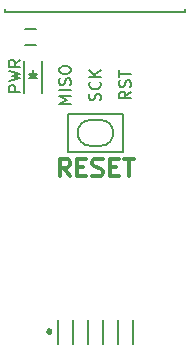
<source format=gto>
G04 #@! TF.GenerationSoftware,KiCad,Pcbnew,(5.1.4-0)*
G04 #@! TF.CreationDate,2019-08-21T14:14:19+03:00*
G04 #@! TF.ProjectId,AVR_ISP_With_POGO_Pin,4156525f-4953-4505-9f57-6974685f504f,rev?*
G04 #@! TF.SameCoordinates,PX80efd00PY76109c0*
G04 #@! TF.FileFunction,Legend,Top*
G04 #@! TF.FilePolarity,Positive*
%FSLAX46Y46*%
G04 Gerber Fmt 4.6, Leading zero omitted, Abs format (unit mm)*
G04 Created by KiCad (PCBNEW (5.1.4-0)) date 2019-08-21 14:14:19*
%MOMM*%
%LPD*%
G04 APERTURE LIST*
%ADD10C,0.150000*%
%ADD11C,0.300000*%
%ADD12C,0.250000*%
G04 APERTURE END LIST*
D10*
X1452380Y21366667D02*
X452380Y21366667D01*
X452380Y21747620D01*
X500000Y21842858D01*
X547619Y21890477D01*
X642857Y21938096D01*
X785714Y21938096D01*
X880952Y21890477D01*
X928571Y21842858D01*
X976190Y21747620D01*
X976190Y21366667D01*
X452380Y22271429D02*
X1452380Y22509524D01*
X738095Y22700000D01*
X1452380Y22890477D01*
X452380Y23128572D01*
X1452380Y24080953D02*
X976190Y23747620D01*
X1452380Y23509524D02*
X452380Y23509524D01*
X452380Y23890477D01*
X500000Y23985715D01*
X547619Y24033334D01*
X642857Y24080953D01*
X785714Y24080953D01*
X880952Y24033334D01*
X928571Y23985715D01*
X976190Y23890477D01*
X976190Y23509524D01*
D11*
X5621428Y14221429D02*
X5121428Y14935715D01*
X4764285Y14221429D02*
X4764285Y15721429D01*
X5335714Y15721429D01*
X5478571Y15650000D01*
X5550000Y15578572D01*
X5621428Y15435715D01*
X5621428Y15221429D01*
X5550000Y15078572D01*
X5478571Y15007143D01*
X5335714Y14935715D01*
X4764285Y14935715D01*
X6264285Y15007143D02*
X6764285Y15007143D01*
X6978571Y14221429D02*
X6264285Y14221429D01*
X6264285Y15721429D01*
X6978571Y15721429D01*
X7550000Y14292858D02*
X7764285Y14221429D01*
X8121428Y14221429D01*
X8264285Y14292858D01*
X8335714Y14364286D01*
X8407142Y14507143D01*
X8407142Y14650000D01*
X8335714Y14792858D01*
X8264285Y14864286D01*
X8121428Y14935715D01*
X7835714Y15007143D01*
X7692857Y15078572D01*
X7621428Y15150000D01*
X7550000Y15292858D01*
X7550000Y15435715D01*
X7621428Y15578572D01*
X7692857Y15650000D01*
X7835714Y15721429D01*
X8192857Y15721429D01*
X8407142Y15650000D01*
X9050000Y15007143D02*
X9550000Y15007143D01*
X9764285Y14221429D02*
X9050000Y14221429D01*
X9050000Y15721429D01*
X9764285Y15721429D01*
X10192857Y15721429D02*
X11050000Y15721429D01*
X10621428Y14221429D02*
X10621428Y15721429D01*
D10*
X3250000Y21300000D02*
X3250000Y24000000D01*
X1750000Y21300000D02*
X1750000Y24000000D01*
X2650000Y22800000D02*
X2400000Y22800000D01*
X2400000Y22800000D02*
X2550000Y22650000D01*
X2150000Y22550000D02*
X2850000Y22550000D01*
X2500000Y22900000D02*
X2500000Y23250000D01*
X2500000Y22550000D02*
X2150000Y22900000D01*
X2150000Y22900000D02*
X2850000Y22900000D01*
X2850000Y22900000D02*
X2500000Y22550000D01*
X1800000Y26675000D02*
X2800000Y26675000D01*
X2800000Y25325000D02*
X1800000Y25325000D01*
X7400000Y19000000D02*
G75*
G03X7400000Y16800000I0J-1100000D01*
G01*
X8200000Y16800000D02*
G75*
G03X8200000Y19000000I0J1100000D01*
G01*
X8200000Y16800000D02*
X7400000Y16800000D01*
X7400000Y19000000D02*
X8200000Y19000000D01*
X5500000Y16300000D02*
X5500000Y19500000D01*
X10100000Y16300000D02*
X5500000Y16300000D01*
X10100000Y19500000D02*
X10100000Y16300000D01*
X5500000Y19500000D02*
X10100000Y19500000D01*
X180000Y28095500D02*
X180000Y28413000D01*
X7800000Y28095500D02*
X180000Y28095500D01*
X15420000Y28095500D02*
X7800000Y28095500D01*
X15420000Y28095500D02*
X15420000Y28413000D01*
D12*
X4042605Y1069000D02*
G75*
G03X4042605Y1069000I-179605J0D01*
G01*
D10*
X10975000Y2085000D02*
X10975000Y53000D01*
X9705000Y2085000D02*
X9705000Y53000D01*
X8435000Y2085000D02*
X8435000Y53000D01*
X7165000Y2085000D02*
X7165000Y53000D01*
X5895000Y2085000D02*
X5895000Y53000D01*
X4625000Y2085000D02*
X4625000Y53000D01*
X5712380Y20364572D02*
X4712380Y20364572D01*
X5426666Y20697905D01*
X4712380Y21031239D01*
X5712380Y21031239D01*
X5712380Y21507429D02*
X4712380Y21507429D01*
X5664761Y21936000D02*
X5712380Y22078858D01*
X5712380Y22316953D01*
X5664761Y22412191D01*
X5617142Y22459810D01*
X5521904Y22507429D01*
X5426666Y22507429D01*
X5331428Y22459810D01*
X5283809Y22412191D01*
X5236190Y22316953D01*
X5188571Y22126477D01*
X5140952Y22031239D01*
X5093333Y21983620D01*
X4998095Y21936000D01*
X4902857Y21936000D01*
X4807619Y21983620D01*
X4760000Y22031239D01*
X4712380Y22126477D01*
X4712380Y22364572D01*
X4760000Y22507429D01*
X4712380Y23126477D02*
X4712380Y23316953D01*
X4760000Y23412191D01*
X4855238Y23507429D01*
X5045714Y23555048D01*
X5379047Y23555048D01*
X5569523Y23507429D01*
X5664761Y23412191D01*
X5712380Y23316953D01*
X5712380Y23126477D01*
X5664761Y23031239D01*
X5569523Y22936000D01*
X5379047Y22888381D01*
X5045714Y22888381D01*
X4855238Y22936000D01*
X4760000Y23031239D01*
X4712380Y23126477D01*
X8204761Y20650286D02*
X8252380Y20793143D01*
X8252380Y21031239D01*
X8204761Y21126477D01*
X8157142Y21174096D01*
X8061904Y21221715D01*
X7966666Y21221715D01*
X7871428Y21174096D01*
X7823809Y21126477D01*
X7776190Y21031239D01*
X7728571Y20840762D01*
X7680952Y20745524D01*
X7633333Y20697905D01*
X7538095Y20650286D01*
X7442857Y20650286D01*
X7347619Y20697905D01*
X7300000Y20745524D01*
X7252380Y20840762D01*
X7252380Y21078858D01*
X7300000Y21221715D01*
X8157142Y22221715D02*
X8204761Y22174096D01*
X8252380Y22031239D01*
X8252380Y21936000D01*
X8204761Y21793143D01*
X8109523Y21697905D01*
X8014285Y21650286D01*
X7823809Y21602667D01*
X7680952Y21602667D01*
X7490476Y21650286D01*
X7395238Y21697905D01*
X7300000Y21793143D01*
X7252380Y21936000D01*
X7252380Y22031239D01*
X7300000Y22174096D01*
X7347619Y22221715D01*
X8252380Y22650286D02*
X7252380Y22650286D01*
X8252380Y23221715D02*
X7680952Y22793143D01*
X7252380Y23221715D02*
X7823809Y22650286D01*
X10792380Y21388381D02*
X10316190Y21055048D01*
X10792380Y20816953D02*
X9792380Y20816953D01*
X9792380Y21197905D01*
X9840000Y21293143D01*
X9887619Y21340762D01*
X9982857Y21388381D01*
X10125714Y21388381D01*
X10220952Y21340762D01*
X10268571Y21293143D01*
X10316190Y21197905D01*
X10316190Y20816953D01*
X10744761Y21769334D02*
X10792380Y21912191D01*
X10792380Y22150286D01*
X10744761Y22245524D01*
X10697142Y22293143D01*
X10601904Y22340762D01*
X10506666Y22340762D01*
X10411428Y22293143D01*
X10363809Y22245524D01*
X10316190Y22150286D01*
X10268571Y21959810D01*
X10220952Y21864572D01*
X10173333Y21816953D01*
X10078095Y21769334D01*
X9982857Y21769334D01*
X9887619Y21816953D01*
X9840000Y21864572D01*
X9792380Y21959810D01*
X9792380Y22197905D01*
X9840000Y22340762D01*
X9792380Y22626477D02*
X9792380Y23197905D01*
X10792380Y22912191D02*
X9792380Y22912191D01*
M02*

</source>
